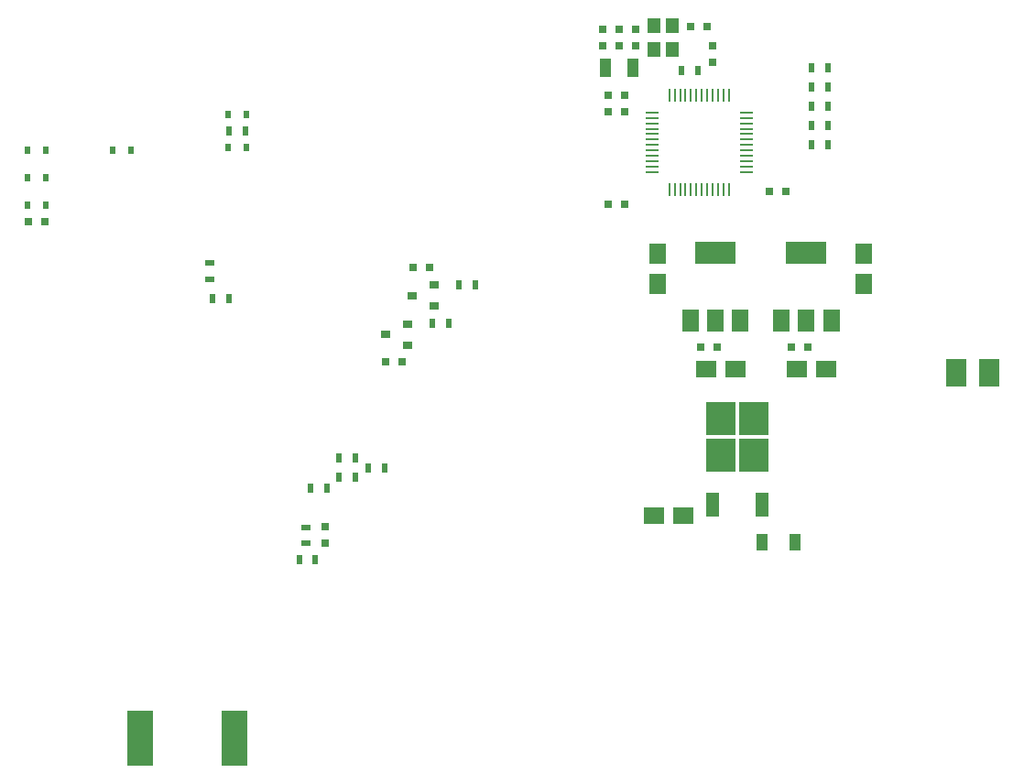
<source format=gbr>
G04 #@! TF.FileFunction,Paste,Bot*
%FSLAX46Y46*%
G04 Gerber Fmt 4.6, Leading zero omitted, Abs format (unit mm)*
G04 Created by KiCad (PCBNEW 4.0.7) date Thursday, April 05, 2018 'PMt' 12:15:07 PM*
%MOMM*%
%LPD*%
G01*
G04 APERTURE LIST*
%ADD10C,0.100000*%
%ADD11R,1.000000X1.600000*%
%ADD12R,2.420000X5.080000*%
%ADD13R,0.750000X0.800000*%
%ADD14R,0.800000X0.750000*%
%ADD15R,0.600000X0.800000*%
%ADD16R,0.900000X0.800000*%
%ADD17R,0.500000X0.900000*%
%ADD18R,0.900000X0.500000*%
%ADD19R,0.250000X1.300000*%
%ADD20R,1.300000X0.250000*%
%ADD21R,1.200000X2.200000*%
%ADD22R,2.750000X3.050000*%
%ADD23R,1.200000X1.400000*%
%ADD24R,1.000000X1.800000*%
%ADD25R,3.800000X2.000000*%
%ADD26R,1.500000X2.000000*%
%ADD27R,1.950000X1.500000*%
%ADD28R,1.500000X1.950000*%
%ADD29R,1.950000X2.500000*%
G04 APERTURE END LIST*
D10*
D11*
X166648000Y-112395000D03*
X169648000Y-112395000D03*
D12*
X109096000Y-130492500D03*
X117856000Y-130492500D03*
D13*
X154940000Y-65036000D03*
X154940000Y-66536000D03*
D14*
X161532000Y-64770000D03*
X160032000Y-64770000D03*
D13*
X151892000Y-65036000D03*
X151892000Y-66536000D03*
X153416000Y-65036000D03*
X153416000Y-66536000D03*
D14*
X152412000Y-72644000D03*
X153912000Y-72644000D03*
X152400000Y-71120000D03*
X153900000Y-71120000D03*
D13*
X162052000Y-66560000D03*
X162052000Y-68060000D03*
D14*
X152412000Y-81153000D03*
X153912000Y-81153000D03*
X168771000Y-80010000D03*
X167271000Y-80010000D03*
D13*
X126238000Y-111010000D03*
X126238000Y-112510000D03*
D14*
X98818000Y-82804000D03*
X100318000Y-82804000D03*
X133338000Y-95758000D03*
X131838000Y-95758000D03*
X135878000Y-86995000D03*
X134378000Y-86995000D03*
D15*
X98718000Y-81280000D03*
X100418000Y-81280000D03*
X98718000Y-78740000D03*
X100418000Y-78740000D03*
X108292000Y-76200000D03*
X106592000Y-76200000D03*
X98718000Y-76200000D03*
X100418000Y-76200000D03*
X118960000Y-72898000D03*
X117260000Y-72898000D03*
X118960000Y-75946000D03*
X117260000Y-75946000D03*
D16*
X133826000Y-92268000D03*
X133826000Y-94168000D03*
X131826000Y-93218000D03*
X136271000Y-88646000D03*
X136271000Y-90546000D03*
X134271000Y-89596000D03*
D17*
X160643000Y-68834000D03*
X159143000Y-68834000D03*
X172720000Y-68580000D03*
X171220000Y-68580000D03*
X172720000Y-70358000D03*
X171220000Y-70358000D03*
X172720000Y-72136000D03*
X171220000Y-72136000D03*
X172720000Y-73914000D03*
X171220000Y-73914000D03*
X172720000Y-75692000D03*
X171220000Y-75692000D03*
X123825000Y-114046000D03*
X125325000Y-114046000D03*
D18*
X124460000Y-112522000D03*
X124460000Y-111022000D03*
D17*
X124865000Y-107442000D03*
X126365000Y-107442000D03*
X127532000Y-106426000D03*
X129032000Y-106426000D03*
X130199000Y-105537000D03*
X131699000Y-105537000D03*
X127532000Y-104648000D03*
X129032000Y-104648000D03*
X117372000Y-74422000D03*
X118872000Y-74422000D03*
X137668000Y-92202000D03*
X136168000Y-92202000D03*
X140069000Y-88646000D03*
X138569000Y-88646000D03*
X117336000Y-89916000D03*
X115836000Y-89916000D03*
D18*
X115570000Y-86626000D03*
X115570000Y-88126000D03*
D19*
X158032000Y-71088000D03*
X158532000Y-71088000D03*
X159032000Y-71088000D03*
X159532000Y-71088000D03*
X160032000Y-71088000D03*
X160532000Y-71088000D03*
X161032000Y-71088000D03*
X161532000Y-71088000D03*
X162032000Y-71088000D03*
X162532000Y-71088000D03*
X163032000Y-71088000D03*
X163532000Y-71088000D03*
D20*
X165132000Y-72688000D03*
X165132000Y-73188000D03*
X165132000Y-73688000D03*
X165132000Y-74188000D03*
X165132000Y-74688000D03*
X165132000Y-75188000D03*
X165132000Y-75688000D03*
X165132000Y-76188000D03*
X165132000Y-76688000D03*
X165132000Y-77188000D03*
X165132000Y-77688000D03*
X165132000Y-78188000D03*
D19*
X163532000Y-79788000D03*
X163032000Y-79788000D03*
X162532000Y-79788000D03*
X162032000Y-79788000D03*
X161532000Y-79788000D03*
X161032000Y-79788000D03*
X160532000Y-79788000D03*
X160032000Y-79788000D03*
X159532000Y-79788000D03*
X159032000Y-79788000D03*
X158532000Y-79788000D03*
X158032000Y-79788000D03*
D20*
X156432000Y-78188000D03*
X156432000Y-77688000D03*
X156432000Y-77188000D03*
X156432000Y-76688000D03*
X156432000Y-76188000D03*
X156432000Y-75688000D03*
X156432000Y-75188000D03*
X156432000Y-74688000D03*
X156432000Y-74188000D03*
X156432000Y-73688000D03*
X156432000Y-73188000D03*
X156432000Y-72688000D03*
D21*
X166617000Y-108966000D03*
X162057000Y-108966000D03*
D22*
X162812000Y-100991000D03*
X165862000Y-104341000D03*
X165862000Y-100991000D03*
X162812000Y-104341000D03*
D23*
X158330000Y-64686000D03*
X158330000Y-66886000D03*
X156630000Y-66886000D03*
X156630000Y-64686000D03*
D24*
X152166000Y-68580000D03*
X154666000Y-68580000D03*
D25*
X170702000Y-85648000D03*
D26*
X170702000Y-91948000D03*
X168402000Y-91948000D03*
X173002000Y-91948000D03*
D25*
X162306000Y-85648000D03*
D26*
X162306000Y-91948000D03*
X160006000Y-91948000D03*
X164606000Y-91948000D03*
D27*
X159363000Y-109982000D03*
X156613000Y-109982000D03*
X161439000Y-96393000D03*
X164189000Y-96393000D03*
D14*
X162421000Y-94361000D03*
X160921000Y-94361000D03*
D27*
X169821000Y-96393000D03*
X172571000Y-96393000D03*
D14*
X170803000Y-94361000D03*
X169303000Y-94361000D03*
D28*
X176022000Y-85747000D03*
X176022000Y-88497000D03*
X156972000Y-85747000D03*
X156972000Y-88497000D03*
D29*
X184530000Y-96774000D03*
X187580000Y-96774000D03*
M02*

</source>
